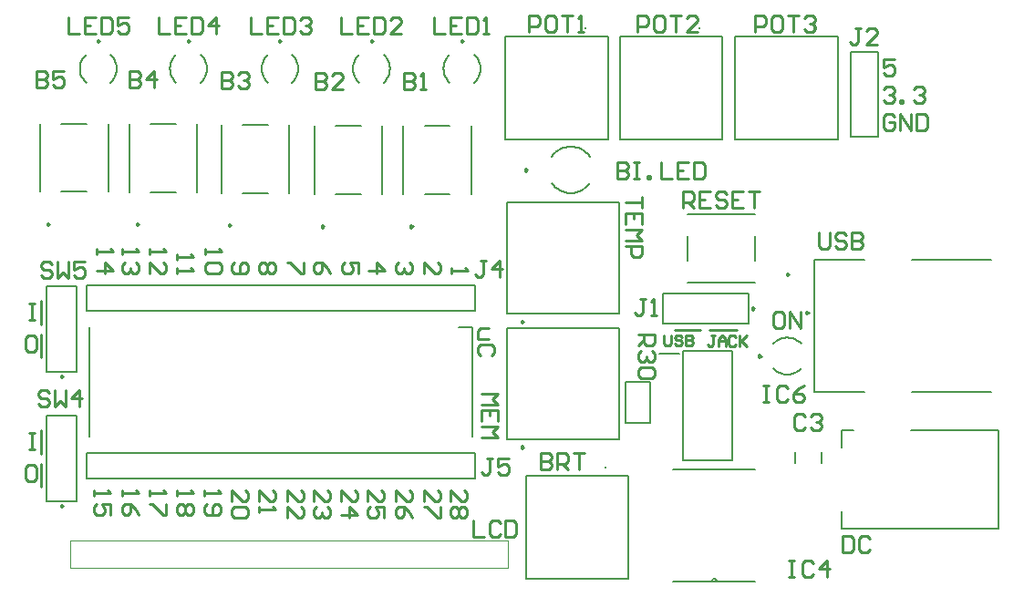
<source format=gto>
G04*
G04 #@! TF.GenerationSoftware,Altium Limited,Altium Designer,20.2.5 (213)*
G04*
G04 Layer_Color=65535*
%FSLAX25Y25*%
%MOIN*%
G70*
G04*
G04 #@! TF.SameCoordinates,0846BD26-53A7-4D4D-980E-E920FDF7FE47*
G04*
G04*
G04 #@! TF.FilePolarity,Positive*
G04*
G01*
G75*
%ADD10C,0.00787*%
%ADD11C,0.00984*%
%ADD12C,0.00787*%
%ADD13C,0.00600*%
%ADD14C,0.00394*%
%ADD15C,0.01000*%
D10*
X207225Y204461D02*
D03*
X249036D02*
D03*
X291146D02*
D03*
X214705Y43831D02*
D03*
D11*
X111795Y132087D02*
X111057Y132513D01*
Y131660D01*
X111795Y132087D01*
X281697Y114590D02*
X280959Y115016D01*
Y114164D01*
X281697Y114590D01*
X288878Y100591D02*
X288140Y101017D01*
Y100164D01*
X288878Y100591D01*
X11480Y132903D02*
X10742Y133329D01*
Y132477D01*
X11480Y132903D01*
X16339Y77126D02*
X15600Y77552D01*
Y76700D01*
X16339Y77126D01*
X16339Y29921D02*
X15600Y30347D01*
Y29495D01*
X16339Y29921D01*
X271555Y84646D02*
X270817Y85072D01*
Y84219D01*
X271555Y84646D01*
X186122Y152756D02*
X185384Y153182D01*
Y152330D01*
X186122Y152756D01*
X184724Y51339D02*
X183986Y51765D01*
Y50912D01*
X184724Y51339D01*
Y97205D02*
X183986Y97631D01*
Y96779D01*
X184724Y97205D01*
X269153Y102067D02*
X268415Y102493D01*
Y101641D01*
X269153Y102067D01*
X162697Y199803D02*
X161959Y200229D01*
Y199377D01*
X162697Y199803D01*
X129626D02*
X128888Y200229D01*
Y199377D01*
X129626Y199803D01*
X96161D02*
X95423Y200229D01*
Y199377D01*
X96161Y199803D01*
X62697D02*
X61959Y200229D01*
Y199377D01*
X62697Y199803D01*
X29783D02*
X29045Y200229D01*
Y199377D01*
X29783Y199803D01*
X144177Y132087D02*
X143438Y132513D01*
Y131660D01*
X144177Y132087D01*
X77641Y132480D02*
X76903Y132906D01*
Y132054D01*
X77641Y132480D01*
X43976Y132874D02*
X43238Y133300D01*
Y132448D01*
X43976Y132874D01*
D12*
X275984Y80236D02*
X276666Y79550D01*
X277439Y78968D01*
X278287Y78503D01*
X279193Y78164D01*
X280138Y77957D01*
X281102Y77888D01*
X282067Y77957D01*
X283012Y78164D01*
X283918Y78503D01*
X284766Y78968D01*
X285539Y79550D01*
X286221Y80236D01*
Y89055D02*
X285539Y89741D01*
X284766Y90323D01*
X283918Y90788D01*
X283012Y91128D01*
X282067Y91334D01*
X281102Y91403D01*
X280138Y91334D01*
X279193Y91128D01*
X278287Y90788D01*
X277439Y90323D01*
X276666Y89741D01*
X275984Y89055D01*
X195079Y147835D02*
X195710Y147052D01*
X196431Y146350D01*
X197229Y145739D01*
X198094Y145226D01*
X199014Y144820D01*
X199975Y144526D01*
X200965Y144347D01*
X201968Y144287D01*
X202972Y144347D01*
X203962Y144526D01*
X204923Y144820D01*
X205843Y145226D01*
X206708Y145739D01*
X207506Y146350D01*
X208226Y147052D01*
X208858Y147835D01*
X208858Y157677D02*
X208226Y158459D01*
X207506Y159161D01*
X206708Y159773D01*
X205843Y160285D01*
X204923Y160692D01*
X203962Y160986D01*
X202972Y161165D01*
X201968Y161224D01*
X200965Y161165D01*
X199975Y160986D01*
X199014Y160692D01*
X198094Y160285D01*
X197229Y159773D01*
X196430Y159161D01*
X195710Y158459D01*
X195079Y157677D01*
X157795Y194882D02*
X157109Y194200D01*
X156527Y193427D01*
X156062Y192579D01*
X155723Y191674D01*
X155517Y190728D01*
X155447Y189764D01*
X155517Y188799D01*
X155723Y187854D01*
X156062Y186948D01*
X156527Y186100D01*
X157109Y185327D01*
X157795Y184646D01*
X166614D02*
X167300Y185327D01*
X167882Y186100D01*
X168347Y186948D01*
X168687Y187854D01*
X168893Y188799D01*
X168962Y189764D01*
X168893Y190729D01*
X168687Y191674D01*
X168347Y192579D01*
X167882Y193427D01*
X167300Y194200D01*
X166614Y194882D01*
X124724D02*
X124038Y194200D01*
X123457Y193427D01*
X122991Y192579D01*
X122652Y191674D01*
X122446Y190728D01*
X122376Y189764D01*
X122446Y188799D01*
X122652Y187854D01*
X122991Y186948D01*
X123457Y186100D01*
X124038Y185327D01*
X124724Y184646D01*
X133543D02*
X134229Y185327D01*
X134811Y186100D01*
X135276Y186948D01*
X135616Y187854D01*
X135822Y188799D01*
X135891Y189764D01*
X135822Y190729D01*
X135616Y191674D01*
X135276Y192579D01*
X134811Y193427D01*
X134229Y194200D01*
X133543Y194882D01*
X91260D02*
X90574Y194200D01*
X89992Y193427D01*
X89527Y192579D01*
X89188Y191674D01*
X88981Y190728D01*
X88912Y189764D01*
X88981Y188799D01*
X89188Y187854D01*
X89527Y186948D01*
X89992Y186100D01*
X90574Y185327D01*
X91260Y184646D01*
X100079D02*
X100765Y185327D01*
X101347Y186100D01*
X101812Y186948D01*
X102151Y187854D01*
X102358Y188799D01*
X102427Y189764D01*
X102358Y190729D01*
X102151Y191674D01*
X101812Y192579D01*
X101347Y193427D01*
X100765Y194200D01*
X100079Y194882D01*
X57795D02*
X57109Y194200D01*
X56528Y193427D01*
X56062Y192579D01*
X55723Y191674D01*
X55516Y190728D01*
X55447Y189764D01*
X55516Y188799D01*
X55723Y187854D01*
X56062Y186948D01*
X56528Y186100D01*
X57109Y185327D01*
X57795Y184646D01*
X66614D02*
X67300Y185327D01*
X67882Y186100D01*
X68347Y186948D01*
X68687Y187854D01*
X68893Y188799D01*
X68962Y189764D01*
X68893Y190729D01*
X68686Y191674D01*
X68347Y192579D01*
X67882Y193427D01*
X67300Y194200D01*
X66614Y194882D01*
X24882D02*
X24196Y194200D01*
X23614Y193427D01*
X23149Y192579D01*
X22810Y191674D01*
X22603Y190728D01*
X22534Y189764D01*
X22603Y188799D01*
X22810Y187854D01*
X23149Y186948D01*
X23614Y186100D01*
X24196Y185327D01*
X24882Y184646D01*
X33701D02*
X34387Y185327D01*
X34969Y186100D01*
X35434Y186948D01*
X35773Y187854D01*
X35980Y188799D01*
X36049Y189764D01*
X35980Y190729D01*
X35773Y191674D01*
X35434Y192579D01*
X34969Y193427D01*
X34387Y194200D01*
X33701Y194882D01*
X178110Y163937D02*
X215591D01*
X178110D02*
Y201417D01*
X215591D01*
Y163937D02*
Y201417D01*
X257402Y163937D02*
Y201417D01*
X219921D02*
X257402D01*
X219921Y163937D02*
Y201417D01*
Y163937D02*
X257402D01*
X262032D02*
X299512D01*
X262032D02*
Y201417D01*
X299512D01*
Y163937D02*
Y201417D01*
X223071Y3307D02*
Y40787D01*
X185591D02*
X223071D01*
X185591Y3307D02*
Y40787D01*
Y3307D02*
X223071D01*
X161102Y95158D02*
X166102D01*
Y55158D02*
Y95158D01*
X26102Y55158D02*
Y95158D01*
X116142Y143898D02*
X125394D01*
X133169D02*
Y168701D01*
X116142D02*
X125394D01*
X108366Y143898D02*
Y168701D01*
X230984Y60036D02*
Y75036D01*
X221984D02*
X230984D01*
X221984Y60036D02*
X230984D01*
X221984D02*
Y75036D01*
X269394Y119429D02*
Y128681D01*
X244590Y136457D02*
X269394D01*
X244590Y119429D02*
Y128681D01*
Y111654D02*
X269394D01*
X283890Y45438D02*
Y49375D01*
X293732Y45438D02*
Y49375D01*
X25098Y101162D02*
X167106D01*
Y110650D01*
X25098D02*
X167106D01*
X25098Y101162D02*
Y110650D01*
X242913Y86614D02*
X261024D01*
Y46457D02*
Y86614D01*
X242913Y46457D02*
X261024D01*
X242913D02*
Y86614D01*
X234449Y85433D02*
X241535D01*
X300912Y21423D02*
Y28017D01*
Y51049D02*
Y57643D01*
X326404D02*
X358392D01*
X300912D02*
X305341D01*
X358392Y21423D02*
Y57643D01*
X300912Y21423D02*
X358392D01*
X290846Y71555D02*
Y119783D01*
X309429D01*
X290846Y71555D02*
X309429D01*
X326772Y119783D02*
X355512D01*
X326772Y71555D02*
X355512D01*
X8051Y144714D02*
Y169517D01*
X15827D02*
X25079D01*
X32854Y144714D02*
Y169517D01*
X15827Y144714D02*
X25079D01*
X10256Y78760D02*
X21240D01*
Y110138D01*
X10256D02*
X21240D01*
X10256Y78760D02*
Y110138D01*
Y31555D02*
Y62933D01*
X21240D01*
Y31555D02*
Y62933D01*
X10256Y31555D02*
X21240D01*
X25098Y39744D02*
Y49232D01*
X167106D01*
Y39744D02*
Y49232D01*
X25098Y39744D02*
X167106D01*
X178819Y95000D02*
X219606D01*
Y54213D02*
Y95000D01*
X178819Y54213D02*
X219606D01*
X178819D02*
Y95000D01*
Y140866D02*
X219606D01*
Y100079D02*
Y140866D01*
X178819Y100079D02*
X219606D01*
X178819D02*
Y140866D01*
X304366Y195720D02*
X314366D01*
X304366Y164736D02*
Y195720D01*
Y164736D02*
X314366D01*
Y195720D01*
X235650Y96476D02*
X267028D01*
X235650D02*
Y107461D01*
X267028D01*
Y96476D02*
Y107461D01*
X148524Y143898D02*
X157776D01*
X165551D02*
Y168701D01*
X148524D02*
X157776D01*
X140748Y143898D02*
Y168701D01*
X81988Y144291D02*
X91240D01*
X99016D02*
Y169095D01*
X81988D02*
X91240D01*
X74213Y144291D02*
Y169095D01*
X40547Y144685D02*
Y169488D01*
X48323D02*
X57575D01*
X65350Y144685D02*
Y169488D01*
X48323Y144685D02*
X57575D01*
D13*
X255669Y2112D02*
X255288Y2949D01*
X254427Y3271D01*
X253590Y2890D01*
X253268Y2029D01*
X239469Y43321D02*
X269469D01*
X239469Y2121D02*
X255669D01*
X269469D01*
D14*
X19094Y7205D02*
Y17205D01*
Y7205D02*
X179095D01*
Y17205D01*
X19094D02*
X179095D01*
D15*
X8449Y48819D02*
Y57480D01*
Y37008D02*
Y45276D01*
Y96063D02*
Y104724D01*
Y84252D02*
Y92520D01*
X252756Y94094D02*
X262598D01*
X240157D02*
X249213D01*
X320250Y172040D02*
X319251Y173040D01*
X317251D01*
X316252Y172040D01*
Y168041D01*
X317251Y167042D01*
X319251D01*
X320250Y168041D01*
Y170041D01*
X318251D01*
X322250Y167042D02*
Y173040D01*
X326248Y167042D01*
Y173040D01*
X328248D02*
Y167042D01*
X331247D01*
X332246Y168041D01*
Y172040D01*
X331247Y173040D01*
X328248D01*
X228104Y142898D02*
Y138899D01*
Y140898D01*
X222106D01*
X228104Y132901D02*
Y136899D01*
X222106D01*
Y132901D01*
X225105Y136899D02*
Y134900D01*
X222106Y130902D02*
X228104D01*
X226105Y128902D01*
X228104Y126903D01*
X222106D01*
Y124903D02*
X228104D01*
Y121904D01*
X227104Y120905D01*
X225105D01*
X224105Y121904D01*
Y124903D01*
X166177Y24675D02*
Y18677D01*
X170176D01*
X176174Y23675D02*
X175174Y24675D01*
X173175D01*
X172175Y23675D01*
Y19676D01*
X173175Y18677D01*
X175174D01*
X176174Y19676D01*
X178173Y24675D02*
Y18677D01*
X181172D01*
X182172Y19676D01*
Y23675D01*
X181172Y24675D01*
X178173D01*
X5755Y44793D02*
X3756D01*
X2756Y43794D01*
Y39795D01*
X3756Y38795D01*
X5755D01*
X6755Y39795D01*
Y43794D01*
X5755Y44793D01*
X3937Y56604D02*
X5936D01*
X4937D01*
Y50606D01*
X3937D01*
X5936D01*
X5755Y92037D02*
X3756D01*
X2756Y91038D01*
Y87039D01*
X3756Y86039D01*
X5755D01*
X6755Y87039D01*
Y91038D01*
X5755Y92037D01*
X3937Y103849D02*
X5936D01*
X4937D01*
Y97850D01*
X3937D01*
X5936D01*
X320270Y193132D02*
X316271D01*
Y190133D01*
X318270Y191133D01*
X319270D01*
X320270Y190133D01*
Y188134D01*
X319270Y187134D01*
X317271D01*
X316271Y188134D01*
X316252Y182282D02*
X317251Y183282D01*
X319251D01*
X320250Y182282D01*
Y181282D01*
X319251Y180283D01*
X318251D01*
X319251D01*
X320250Y179283D01*
Y178283D01*
X319251Y177284D01*
X317251D01*
X316252Y178283D01*
X322250Y177284D02*
Y178283D01*
X323249D01*
Y177284D01*
X322250D01*
X327248Y182282D02*
X328248Y183282D01*
X330247D01*
X331247Y182282D01*
Y181282D01*
X330247Y180283D01*
X329247D01*
X330247D01*
X331247Y179283D01*
Y178283D01*
X330247Y177284D01*
X328248D01*
X327248Y178283D01*
X254592Y92125D02*
X253280D01*
X253936D01*
Y88845D01*
X253280Y88189D01*
X252625D01*
X251969Y88845D01*
X255904Y88189D02*
Y90813D01*
X257216Y92125D01*
X258528Y90813D01*
Y88189D01*
Y90157D01*
X255904D01*
X262464Y91469D02*
X261808Y92125D01*
X260496D01*
X259840Y91469D01*
Y88845D01*
X260496Y88189D01*
X261808D01*
X262464Y88845D01*
X263776Y92125D02*
Y88189D01*
Y89501D01*
X266400Y92125D01*
X264432Y90157D01*
X266400Y88189D01*
X236039Y92337D02*
Y89057D01*
X236695Y88402D01*
X238007D01*
X238663Y89057D01*
Y92337D01*
X242599Y91681D02*
X241943Y92337D01*
X240631D01*
X239975Y91681D01*
Y91025D01*
X240631Y90369D01*
X241943D01*
X242599Y89714D01*
Y89057D01*
X241943Y88402D01*
X240631D01*
X239975Y89057D01*
X243911Y92337D02*
Y88402D01*
X245879D01*
X246535Y89057D01*
Y89714D01*
X245879Y90369D01*
X243911D01*
X245879D01*
X246535Y91025D01*
Y91681D01*
X245879Y92337D01*
X243911D01*
X148244Y31615D02*
Y35614D01*
X152243Y31615D01*
X153243D01*
X154242Y32615D01*
Y34615D01*
X153243Y35614D01*
X154242Y29616D02*
Y25617D01*
X153243D01*
X149244Y29616D01*
X148244D01*
X158087Y31615D02*
Y35614D01*
X162085Y31615D01*
X163085D01*
X164085Y32615D01*
Y34615D01*
X163085Y35614D01*
Y29616D02*
X164085Y28616D01*
Y26617D01*
X163085Y25617D01*
X162085D01*
X161086Y26617D01*
X160086Y25617D01*
X159086D01*
X158087Y26617D01*
Y28616D01*
X159086Y29616D01*
X160086D01*
X161086Y28616D01*
X162085Y29616D01*
X163085D01*
X161086Y28616D02*
Y26617D01*
X158480Y116805D02*
Y114806D01*
Y115806D01*
X164478D01*
X163479Y116805D01*
X27772Y35614D02*
Y33615D01*
Y34615D01*
X33770D01*
X32770Y35614D01*
X33770Y26617D02*
Y30616D01*
X30771D01*
X31770Y28616D01*
Y27617D01*
X30771Y26617D01*
X28771D01*
X27772Y27617D01*
Y29616D01*
X28771Y30616D01*
X38008Y35614D02*
Y33615D01*
Y34615D01*
X44006D01*
X43006Y35614D01*
X44006Y26617D02*
X43006Y28616D01*
X41007Y30616D01*
X39008D01*
X38008Y29616D01*
Y27617D01*
X39008Y26617D01*
X40007D01*
X41007Y27617D01*
Y30616D01*
X47850Y35614D02*
Y33615D01*
Y34615D01*
X53848D01*
X52849Y35614D01*
X53848Y30616D02*
Y26617D01*
X52849D01*
X48850Y30616D01*
X47850D01*
X58087Y35614D02*
Y33615D01*
Y34615D01*
X64085D01*
X63085Y35614D01*
Y30616D02*
X64085Y29616D01*
Y27617D01*
X63085Y26617D01*
X62085D01*
X61086Y27617D01*
X60086Y26617D01*
X59086D01*
X58087Y27617D01*
Y29616D01*
X59086Y30616D01*
X60086D01*
X61086Y29616D01*
X62085Y30616D01*
X63085D01*
X61086Y29616D02*
Y27617D01*
X67929Y35614D02*
Y33615D01*
Y34615D01*
X73927D01*
X72927Y35614D01*
X68929Y30616D02*
X67929Y29616D01*
Y27617D01*
X68929Y26617D01*
X72927D01*
X73927Y27617D01*
Y29616D01*
X72927Y30616D01*
X71928D01*
X70928Y29616D01*
Y26617D01*
X78165Y31615D02*
Y35614D01*
X82164Y31615D01*
X83164D01*
X84163Y32615D01*
Y34615D01*
X83164Y35614D01*
Y29616D02*
X84163Y28616D01*
Y26617D01*
X83164Y25617D01*
X79165D01*
X78165Y26617D01*
Y28616D01*
X79165Y29616D01*
X83164D01*
X88008Y31615D02*
Y35614D01*
X92007Y31615D01*
X93006D01*
X94006Y32615D01*
Y34615D01*
X93006Y35614D01*
X88008Y29616D02*
Y27617D01*
Y28616D01*
X94006D01*
X93006Y29616D01*
X98244Y31615D02*
Y35614D01*
X102243Y31615D01*
X103243D01*
X104242Y32615D01*
Y34615D01*
X103243Y35614D01*
X98244Y25617D02*
Y29616D01*
X102243Y25617D01*
X103243D01*
X104242Y26617D01*
Y28616D01*
X103243Y29616D01*
X108087Y31615D02*
Y35614D01*
X112085Y31615D01*
X113085D01*
X114085Y32615D01*
Y34615D01*
X113085Y35614D01*
Y29616D02*
X114085Y28616D01*
Y26617D01*
X113085Y25617D01*
X112085D01*
X111086Y26617D01*
Y27617D01*
Y26617D01*
X110086Y25617D01*
X109086D01*
X108087Y26617D01*
Y28616D01*
X109086Y29616D01*
X117929Y31615D02*
Y35614D01*
X121928Y31615D01*
X122927D01*
X123927Y32615D01*
Y34615D01*
X122927Y35614D01*
X117929Y26617D02*
X123927D01*
X120928Y29616D01*
Y25617D01*
X127772Y31615D02*
Y35614D01*
X131770Y31615D01*
X132770D01*
X133770Y32615D01*
Y34615D01*
X132770Y35614D01*
X133770Y25617D02*
Y29616D01*
X130771D01*
X131770Y27617D01*
Y26617D01*
X130771Y25617D01*
X128771D01*
X127772Y26617D01*
Y28616D01*
X128771Y29616D01*
X138008Y31615D02*
Y35614D01*
X142007Y31615D01*
X143006D01*
X144006Y32615D01*
Y34615D01*
X143006Y35614D01*
X144006Y25617D02*
X143006Y27617D01*
X141007Y29616D01*
X139008D01*
X138008Y28616D01*
Y26617D01*
X139008Y25617D01*
X140007D01*
X141007Y26617D01*
Y29616D01*
X148244Y114806D02*
Y118805D01*
X152243Y114806D01*
X153243D01*
X154242Y115806D01*
Y117805D01*
X153243Y118805D01*
X143006D02*
X144006Y117805D01*
Y115806D01*
X143006Y114806D01*
X142007D01*
X141007Y115806D01*
Y116805D01*
Y115806D01*
X140007Y114806D01*
X139008D01*
X138008Y115806D01*
Y117805D01*
X139008Y118805D01*
X128165Y115806D02*
X134163D01*
X131164Y118805D01*
Y114806D01*
X124321D02*
Y118805D01*
X121322D01*
X122322Y116805D01*
Y115806D01*
X121322Y114806D01*
X119323D01*
X118323Y115806D01*
Y117805D01*
X119323Y118805D01*
X114085Y114806D02*
X113085Y116805D01*
X111086Y118805D01*
X109086D01*
X108087Y117805D01*
Y115806D01*
X109086Y114806D01*
X110086D01*
X111086Y115806D01*
Y118805D01*
X104242D02*
Y114806D01*
X103243D01*
X99244Y118805D01*
X98244D01*
X93006D02*
X94006Y117805D01*
Y115806D01*
X93006Y114806D01*
X92007D01*
X91007Y115806D01*
X90007Y114806D01*
X89008D01*
X88008Y115806D01*
Y117805D01*
X89008Y118805D01*
X90007D01*
X91007Y117805D01*
X92007Y118805D01*
X93006D01*
X91007Y117805D02*
Y115806D01*
X79165Y118805D02*
X78165Y117805D01*
Y115806D01*
X79165Y114806D01*
X83164D01*
X84163Y115806D01*
Y117805D01*
X83164Y118805D01*
X82164D01*
X81164Y117805D01*
Y114806D01*
X68323Y123803D02*
Y121804D01*
Y122803D01*
X74321D01*
X73321Y123803D01*
Y118805D02*
X74321Y117805D01*
Y115806D01*
X73321Y114806D01*
X69323D01*
X68323Y115806D01*
Y117805D01*
X69323Y118805D01*
X73321D01*
X58087Y121804D02*
Y119804D01*
Y120804D01*
X64085D01*
X63085Y121804D01*
X58087Y116805D02*
Y114806D01*
Y115806D01*
X64085D01*
X63085Y116805D01*
X47850Y123803D02*
Y121804D01*
Y122803D01*
X53848D01*
X52849Y123803D01*
X47850Y114806D02*
Y118805D01*
X51849Y114806D01*
X52849D01*
X53848Y115806D01*
Y117805D01*
X52849Y118805D01*
X38008Y123803D02*
Y121804D01*
Y122803D01*
X44006D01*
X43006Y123803D01*
Y118805D02*
X44006Y117805D01*
Y115806D01*
X43006Y114806D01*
X42007D01*
X41007Y115806D01*
Y116805D01*
Y115806D01*
X40007Y114806D01*
X39008D01*
X38008Y115806D01*
Y117805D01*
X39008Y118805D01*
X28559Y123803D02*
Y121804D01*
Y122803D01*
X34557D01*
X33557Y123803D01*
X28559Y115806D02*
X34557D01*
X31558Y118805D01*
Y114806D01*
X226529Y92369D02*
X232527D01*
Y89370D01*
X231527Y88371D01*
X229528D01*
X228528Y89370D01*
Y92369D01*
Y90370D02*
X226529Y88371D01*
X231527Y86371D02*
X232527Y85372D01*
Y83372D01*
X231527Y82373D01*
X230527D01*
X229528Y83372D01*
Y84372D01*
Y83372D01*
X228528Y82373D01*
X227528D01*
X226529Y83372D01*
Y85372D01*
X227528Y86371D01*
X231527Y80373D02*
X232527Y79374D01*
Y77374D01*
X231527Y76375D01*
X227528D01*
X226529Y77374D01*
Y79374D01*
X227528Y80373D01*
X231527D01*
X287654Y62577D02*
X286654Y63577D01*
X284655D01*
X283655Y62577D01*
Y58578D01*
X284655Y57579D01*
X286654D01*
X287654Y58578D01*
X289653Y62577D02*
X290653Y63577D01*
X292652D01*
X293652Y62577D01*
Y61577D01*
X292652Y60578D01*
X291652D01*
X292652D01*
X293652Y59578D01*
Y58578D01*
X292652Y57579D01*
X290653D01*
X289653Y58578D01*
X272248Y73813D02*
X274247D01*
X273248D01*
Y67815D01*
X272248D01*
X274247D01*
X281245Y72813D02*
X280245Y73813D01*
X278246D01*
X277246Y72813D01*
Y68815D01*
X278246Y67815D01*
X280245D01*
X281245Y68815D01*
X287243Y73813D02*
X285244Y72813D01*
X283244Y70814D01*
Y68815D01*
X284244Y67815D01*
X286244D01*
X287243Y68815D01*
Y69814D01*
X286244Y70814D01*
X283244D01*
X278983Y100978D02*
X276984D01*
X275984Y99979D01*
Y95980D01*
X276984Y94980D01*
X278983D01*
X279983Y95980D01*
Y99979D01*
X278983Y100978D01*
X281982Y94980D02*
Y100978D01*
X285981Y94980D01*
Y100978D01*
X171991Y95000D02*
X168992D01*
X167992Y94001D01*
Y91001D01*
X171991D01*
X172991Y85003D02*
X173990Y86003D01*
Y88003D01*
X172991Y89002D01*
X168992D01*
X167992Y88003D01*
Y86003D01*
X168992Y85003D01*
X292520Y130014D02*
Y125015D01*
X293519Y124016D01*
X295519D01*
X296518Y125015D01*
Y130014D01*
X302517Y129014D02*
X301517Y130014D01*
X299517D01*
X298518Y129014D01*
Y128015D01*
X299517Y127015D01*
X301517D01*
X302517Y126015D01*
Y125015D01*
X301517Y124016D01*
X299517D01*
X298518Y125015D01*
X304516Y130014D02*
Y124016D01*
X307515D01*
X308514Y125015D01*
Y126015D01*
X307515Y127015D01*
X304516D01*
X307515D01*
X308514Y128015D01*
Y129014D01*
X307515Y130014D01*
X304516D01*
X229353Y105604D02*
X227354D01*
X228353D01*
Y100606D01*
X227354Y99606D01*
X226354D01*
X225354Y100606D01*
X231352Y99606D02*
X233352D01*
X232352D01*
Y105604D01*
X231352Y104605D01*
X307936Y204423D02*
X305936D01*
X306936D01*
Y199425D01*
X305936Y198425D01*
X304937D01*
X303937Y199425D01*
X313934Y198425D02*
X309935D01*
X313934Y202424D01*
Y203424D01*
X312934Y204423D01*
X310935D01*
X309935Y203424D01*
X12267Y118109D02*
X11267Y119108D01*
X9267D01*
X8268Y118109D01*
Y117109D01*
X9267Y116109D01*
X11267D01*
X12267Y115110D01*
Y114110D01*
X11267Y113110D01*
X9267D01*
X8268Y114110D01*
X14266Y119108D02*
Y113110D01*
X16265Y115110D01*
X18264Y113110D01*
Y119108D01*
X24263D02*
X20264D01*
Y116109D01*
X22263Y117109D01*
X23263D01*
X24263Y116109D01*
Y114110D01*
X23263Y113110D01*
X21264D01*
X20264Y114110D01*
X11479Y71140D02*
X10479Y72140D01*
X8480D01*
X7480Y71140D01*
Y70140D01*
X8480Y69141D01*
X10479D01*
X11479Y68141D01*
Y67141D01*
X10479Y66142D01*
X8480D01*
X7480Y67141D01*
X13478Y72140D02*
Y66142D01*
X15478Y68141D01*
X17477Y66142D01*
Y72140D01*
X22476Y66142D02*
Y72140D01*
X19476Y69141D01*
X23475D01*
X169291Y70866D02*
X175289D01*
X173290Y68867D01*
X175289Y66867D01*
X169291D01*
X175289Y60869D02*
Y64868D01*
X169291D01*
Y60869D01*
X172290Y64868D02*
Y62869D01*
X169291Y58870D02*
X175289D01*
X173290Y56871D01*
X175289Y54871D01*
X169291D01*
X173448Y47337D02*
X171448D01*
X172448D01*
Y42338D01*
X171448Y41339D01*
X170449D01*
X169449Y42338D01*
X179446Y47337D02*
X175447D01*
Y44338D01*
X177446Y45337D01*
X178446D01*
X179446Y44338D01*
Y42338D01*
X178446Y41339D01*
X176447D01*
X175447Y42338D01*
X170928Y119384D02*
X168929D01*
X169928D01*
Y114385D01*
X168929Y113386D01*
X167929D01*
X166929Y114385D01*
X175926Y113386D02*
Y119384D01*
X172927Y116385D01*
X176926D01*
X301280Y18857D02*
Y12859D01*
X304279D01*
X305278Y13859D01*
Y17858D01*
X304279Y18857D01*
X301280D01*
X311276Y17858D02*
X310277Y18857D01*
X308277D01*
X307278Y17858D01*
Y13859D01*
X308277Y12859D01*
X310277D01*
X311276Y13859D01*
X281709Y9919D02*
X283708D01*
X282708D01*
Y3921D01*
X281709D01*
X283708D01*
X290706Y8920D02*
X289706Y9919D01*
X287707D01*
X286707Y8920D01*
Y4921D01*
X287707Y3921D01*
X289706D01*
X290706Y4921D01*
X295704Y3921D02*
Y9919D01*
X292705Y6920D01*
X296704D01*
X218898Y155604D02*
Y149606D01*
X221897D01*
X222896Y150606D01*
Y151606D01*
X221897Y152605D01*
X218898D01*
X221897D01*
X222896Y153605D01*
Y154605D01*
X221897Y155604D01*
X218898D01*
X224896D02*
X226895D01*
X225895D01*
Y149606D01*
X224896D01*
X226895D01*
X229894D02*
Y150606D01*
X230894D01*
Y149606D01*
X229894D01*
X234892Y155604D02*
Y149606D01*
X238891D01*
X244889Y155604D02*
X240890D01*
Y149606D01*
X244889D01*
X240890Y152605D02*
X242890D01*
X246888Y155604D02*
Y149606D01*
X249887D01*
X250887Y150606D01*
Y154605D01*
X249887Y155604D01*
X246888D01*
X18504Y208360D02*
Y202362D01*
X22503D01*
X28501Y208360D02*
X24502D01*
Y202362D01*
X28501D01*
X24502Y205361D02*
X26501D01*
X30500Y208360D02*
Y202362D01*
X33499D01*
X34499Y203362D01*
Y207361D01*
X33499Y208360D01*
X30500D01*
X40497D02*
X36498D01*
Y205361D01*
X38497Y206361D01*
X39497D01*
X40497Y205361D01*
Y203362D01*
X39497Y202362D01*
X37498D01*
X36498Y203362D01*
X51181Y208360D02*
Y202362D01*
X55180D01*
X61178Y208360D02*
X57179D01*
Y202362D01*
X61178D01*
X57179Y205361D02*
X59179D01*
X63177Y208360D02*
Y202362D01*
X66176D01*
X67176Y203362D01*
Y207361D01*
X66176Y208360D01*
X63177D01*
X72174Y202362D02*
Y208360D01*
X69175Y205361D01*
X73174D01*
X85039Y208360D02*
Y202362D01*
X89038D01*
X95036Y208360D02*
X91037D01*
Y202362D01*
X95036D01*
X91037Y205361D02*
X93037D01*
X97035Y208360D02*
Y202362D01*
X100034D01*
X101034Y203362D01*
Y207361D01*
X100034Y208360D01*
X97035D01*
X103033Y207361D02*
X104033Y208360D01*
X106033D01*
X107032Y207361D01*
Y206361D01*
X106033Y205361D01*
X105033D01*
X106033D01*
X107032Y204362D01*
Y203362D01*
X106033Y202362D01*
X104033D01*
X103033Y203362D01*
X118110Y208360D02*
Y202362D01*
X122109D01*
X128107Y208360D02*
X124108D01*
Y202362D01*
X128107D01*
X124108Y205361D02*
X126108D01*
X130106Y208360D02*
Y202362D01*
X133105D01*
X134105Y203362D01*
Y207361D01*
X133105Y208360D01*
X130106D01*
X140103Y202362D02*
X136104D01*
X140103Y206361D01*
Y207361D01*
X139103Y208360D01*
X137104D01*
X136104Y207361D01*
X151969Y208360D02*
Y202362D01*
X155967D01*
X161965Y208360D02*
X157967D01*
Y202362D01*
X161965D01*
X157967Y205361D02*
X159966D01*
X163965Y208360D02*
Y202362D01*
X166964D01*
X167963Y203362D01*
Y207361D01*
X166964Y208360D01*
X163965D01*
X169963Y202362D02*
X171962D01*
X170962D01*
Y208360D01*
X169963Y207361D01*
X6673Y188704D02*
Y182706D01*
X9672D01*
X10672Y183706D01*
Y184705D01*
X9672Y185705D01*
X6673D01*
X9672D01*
X10672Y186705D01*
Y187704D01*
X9672Y188704D01*
X6673D01*
X16670D02*
X12671D01*
Y185705D01*
X14671Y186705D01*
X15670D01*
X16670Y185705D01*
Y183706D01*
X15670Y182706D01*
X13671D01*
X12671Y183706D01*
X40800Y188898D02*
Y182900D01*
X43799D01*
X44799Y183900D01*
Y184899D01*
X43799Y185899D01*
X40800D01*
X43799D01*
X44799Y186899D01*
Y187898D01*
X43799Y188898D01*
X40800D01*
X49797Y182900D02*
Y188898D01*
X46798Y185899D01*
X50797D01*
X74400Y188498D02*
Y182500D01*
X77399D01*
X78399Y183500D01*
Y184499D01*
X77399Y185499D01*
X74400D01*
X77399D01*
X78399Y186499D01*
Y187498D01*
X77399Y188498D01*
X74400D01*
X80398Y187498D02*
X81398Y188498D01*
X83397D01*
X84397Y187498D01*
Y186499D01*
X83397Y185499D01*
X82397D01*
X83397D01*
X84397Y184499D01*
Y183500D01*
X83397Y182500D01*
X81398D01*
X80398Y183500D01*
X108600Y188098D02*
Y182100D01*
X111599D01*
X112599Y183100D01*
Y184099D01*
X111599Y185099D01*
X108600D01*
X111599D01*
X112599Y186099D01*
Y187098D01*
X111599Y188098D01*
X108600D01*
X118597Y182100D02*
X114598D01*
X118597Y186099D01*
Y187098D01*
X117597Y188098D01*
X115598D01*
X114598Y187098D01*
X141000Y188098D02*
Y182100D01*
X143999D01*
X144999Y183100D01*
Y184099D01*
X143999Y185099D01*
X141000D01*
X143999D01*
X144999Y186099D01*
Y187098D01*
X143999Y188098D01*
X141000D01*
X146998Y182100D02*
X148997D01*
X147998D01*
Y188098D01*
X146998Y187098D01*
X243100Y138971D02*
Y144969D01*
X246099D01*
X247099Y143969D01*
Y141970D01*
X246099Y140970D01*
X243100D01*
X245099D02*
X247099Y138971D01*
X253097Y144969D02*
X249098D01*
Y138971D01*
X253097D01*
X249098Y141970D02*
X251097D01*
X259095Y143969D02*
X258095Y144969D01*
X256096D01*
X255096Y143969D01*
Y142969D01*
X256096Y141970D01*
X258095D01*
X259095Y140970D01*
Y139970D01*
X258095Y138971D01*
X256096D01*
X255096Y139970D01*
X265093Y144969D02*
X261094D01*
Y138971D01*
X265093D01*
X261094Y141970D02*
X263093D01*
X267092Y144969D02*
X271091D01*
X269092D01*
Y138971D01*
X190945Y49305D02*
Y43307D01*
X193944D01*
X194944Y44307D01*
Y45306D01*
X193944Y46306D01*
X190945D01*
X193944D01*
X194944Y47306D01*
Y48305D01*
X193944Y49305D01*
X190945D01*
X196943Y43307D02*
Y49305D01*
X199942D01*
X200942Y48305D01*
Y46306D01*
X199942Y45306D01*
X196943D01*
X198942D02*
X200942Y43307D01*
X202941Y49305D02*
X206940D01*
X204940D01*
Y43307D01*
X269197Y203346D02*
Y209345D01*
X272196D01*
X273196Y208345D01*
Y206346D01*
X272196Y205346D01*
X269197D01*
X278194Y209345D02*
X276195D01*
X275195Y208345D01*
Y204346D01*
X276195Y203346D01*
X278194D01*
X279194Y204346D01*
Y208345D01*
X278194Y209345D01*
X281193D02*
X285192D01*
X283193D01*
Y203346D01*
X287191Y208345D02*
X288191Y209345D01*
X290190D01*
X291190Y208345D01*
Y207345D01*
X290190Y206346D01*
X289191D01*
X290190D01*
X291190Y205346D01*
Y204346D01*
X290190Y203346D01*
X288191D01*
X287191Y204346D01*
X226378Y203346D02*
Y209345D01*
X229377D01*
X230377Y208345D01*
Y206346D01*
X229377Y205346D01*
X226378D01*
X235375Y209345D02*
X233376D01*
X232376Y208345D01*
Y204346D01*
X233376Y203346D01*
X235375D01*
X236375Y204346D01*
Y208345D01*
X235375Y209345D01*
X238374D02*
X242373D01*
X240373D01*
Y203346D01*
X248371D02*
X244372D01*
X248371Y207345D01*
Y208345D01*
X247371Y209345D01*
X245372D01*
X244372Y208345D01*
X186614Y203150D02*
Y209148D01*
X189613D01*
X190613Y208148D01*
Y206149D01*
X189613Y205149D01*
X186614D01*
X195611Y209148D02*
X193612D01*
X192612Y208148D01*
Y204149D01*
X193612Y203150D01*
X195611D01*
X196611Y204149D01*
Y208148D01*
X195611Y209148D01*
X198610D02*
X202609D01*
X200610D01*
Y203150D01*
X204608D02*
X206608D01*
X205608D01*
Y209148D01*
X204608Y208148D01*
M02*

</source>
